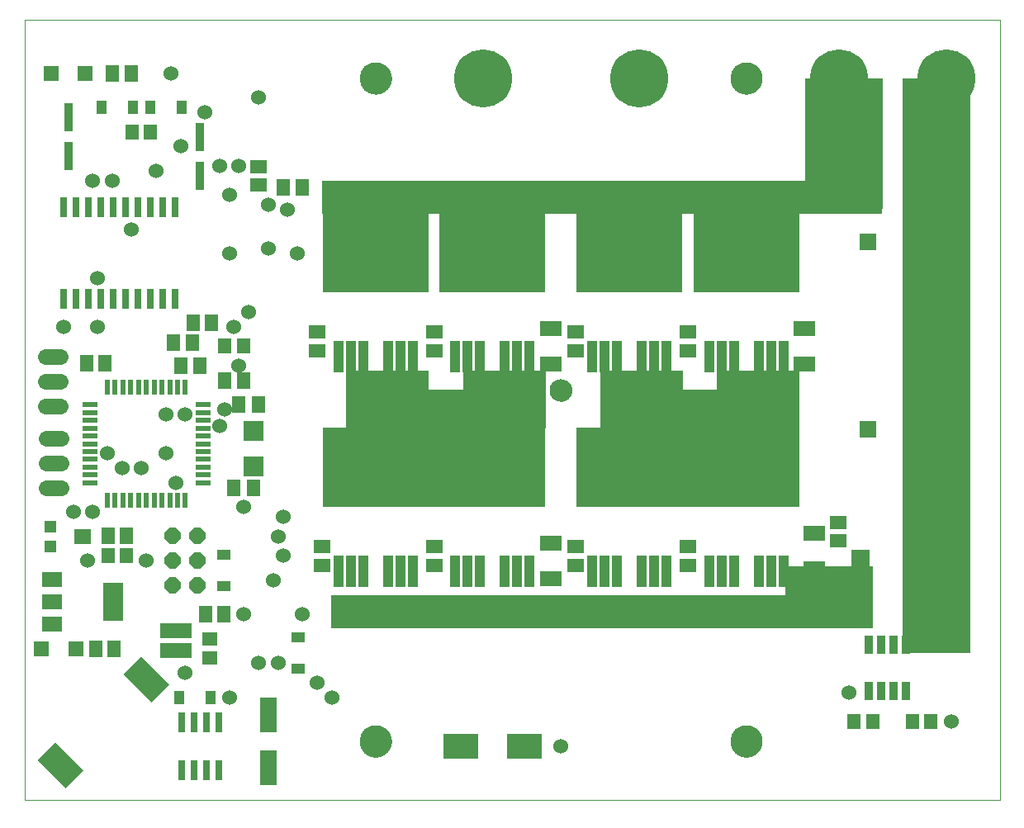
<source format=gts>
G75*
%MOIN*%
%OFA0B0*%
%FSLAX25Y25*%
%IPPOS*%
%LPD*%
%AMOC8*
5,1,8,0,0,1.08239X$1,22.5*
%
%ADD10C,0.00000*%
%ADD11C,0.12998*%
%ADD12C,0.09061*%
%ADD13R,2.26378X0.13780*%
%ADD14R,0.31496X0.53150*%
%ADD15R,0.27559X2.32283*%
%ADD16R,2.18504X0.13780*%
%ADD17R,0.35433X0.17717*%
%ADD18R,0.33465X0.23622*%
%ADD19R,0.29528X0.47244*%
%ADD20R,0.02500X0.08200*%
%ADD21R,0.03943X0.12998*%
%ADD22R,0.42920X0.32487*%
%ADD23R,0.06699X0.05518*%
%ADD24R,0.05518X0.06699*%
%ADD25R,0.03983X0.05203*%
%ADD26R,0.08668X0.06306*%
%ADD27R,0.02600X0.08200*%
%ADD28R,0.05203X0.03983*%
%ADD29R,0.06306X0.05518*%
%ADD30R,0.05518X0.06306*%
%ADD31R,0.02369X0.06306*%
%ADD32R,0.06306X0.02369*%
%ADD33OC8,0.06400*%
%ADD34C,0.06400*%
%ADD35R,0.08300X0.06300*%
%ADD36R,0.08300X0.15400*%
%ADD37R,0.06699X0.06306*%
%ADD38R,0.05124X0.05124*%
%ADD39R,0.10243X0.16148*%
%ADD40R,0.13000X0.06100*%
%ADD41C,0.23400*%
%ADD42R,0.07487X0.12998*%
%ADD43R,0.03235X0.07408*%
%ADD44R,0.06550X0.06550*%
%ADD45C,0.06550*%
%ADD46R,0.03400X0.11700*%
%ADD47R,0.06306X0.06306*%
%ADD48R,0.08274X0.08274*%
%ADD49R,0.14180X0.10243*%
%ADD50R,0.06699X0.14180*%
%ADD51C,0.06000*%
D10*
X0001800Y0001800D02*
X0001800Y0316761D01*
X0395501Y0316761D01*
X0395501Y0001800D01*
X0001800Y0001800D01*
X0137233Y0025422D02*
X0137235Y0025580D01*
X0137241Y0025738D01*
X0137251Y0025896D01*
X0137265Y0026054D01*
X0137283Y0026211D01*
X0137304Y0026368D01*
X0137330Y0026524D01*
X0137360Y0026680D01*
X0137393Y0026835D01*
X0137431Y0026988D01*
X0137472Y0027141D01*
X0137517Y0027293D01*
X0137566Y0027444D01*
X0137619Y0027593D01*
X0137675Y0027741D01*
X0137735Y0027887D01*
X0137799Y0028032D01*
X0137867Y0028175D01*
X0137938Y0028317D01*
X0138012Y0028457D01*
X0138090Y0028594D01*
X0138172Y0028730D01*
X0138256Y0028864D01*
X0138345Y0028995D01*
X0138436Y0029124D01*
X0138531Y0029251D01*
X0138628Y0029376D01*
X0138729Y0029498D01*
X0138833Y0029617D01*
X0138940Y0029734D01*
X0139050Y0029848D01*
X0139163Y0029959D01*
X0139278Y0030068D01*
X0139396Y0030173D01*
X0139517Y0030275D01*
X0139640Y0030375D01*
X0139766Y0030471D01*
X0139894Y0030564D01*
X0140024Y0030654D01*
X0140157Y0030740D01*
X0140292Y0030824D01*
X0140428Y0030903D01*
X0140567Y0030980D01*
X0140708Y0031052D01*
X0140850Y0031122D01*
X0140994Y0031187D01*
X0141140Y0031249D01*
X0141287Y0031307D01*
X0141436Y0031362D01*
X0141586Y0031413D01*
X0141737Y0031460D01*
X0141889Y0031503D01*
X0142042Y0031542D01*
X0142197Y0031578D01*
X0142352Y0031609D01*
X0142508Y0031637D01*
X0142664Y0031661D01*
X0142821Y0031681D01*
X0142979Y0031697D01*
X0143136Y0031709D01*
X0143295Y0031717D01*
X0143453Y0031721D01*
X0143611Y0031721D01*
X0143769Y0031717D01*
X0143928Y0031709D01*
X0144085Y0031697D01*
X0144243Y0031681D01*
X0144400Y0031661D01*
X0144556Y0031637D01*
X0144712Y0031609D01*
X0144867Y0031578D01*
X0145022Y0031542D01*
X0145175Y0031503D01*
X0145327Y0031460D01*
X0145478Y0031413D01*
X0145628Y0031362D01*
X0145777Y0031307D01*
X0145924Y0031249D01*
X0146070Y0031187D01*
X0146214Y0031122D01*
X0146356Y0031052D01*
X0146497Y0030980D01*
X0146636Y0030903D01*
X0146772Y0030824D01*
X0146907Y0030740D01*
X0147040Y0030654D01*
X0147170Y0030564D01*
X0147298Y0030471D01*
X0147424Y0030375D01*
X0147547Y0030275D01*
X0147668Y0030173D01*
X0147786Y0030068D01*
X0147901Y0029959D01*
X0148014Y0029848D01*
X0148124Y0029734D01*
X0148231Y0029617D01*
X0148335Y0029498D01*
X0148436Y0029376D01*
X0148533Y0029251D01*
X0148628Y0029124D01*
X0148719Y0028995D01*
X0148808Y0028864D01*
X0148892Y0028730D01*
X0148974Y0028594D01*
X0149052Y0028457D01*
X0149126Y0028317D01*
X0149197Y0028175D01*
X0149265Y0028032D01*
X0149329Y0027887D01*
X0149389Y0027741D01*
X0149445Y0027593D01*
X0149498Y0027444D01*
X0149547Y0027293D01*
X0149592Y0027141D01*
X0149633Y0026988D01*
X0149671Y0026835D01*
X0149704Y0026680D01*
X0149734Y0026524D01*
X0149760Y0026368D01*
X0149781Y0026211D01*
X0149799Y0026054D01*
X0149813Y0025896D01*
X0149823Y0025738D01*
X0149829Y0025580D01*
X0149831Y0025422D01*
X0149829Y0025264D01*
X0149823Y0025106D01*
X0149813Y0024948D01*
X0149799Y0024790D01*
X0149781Y0024633D01*
X0149760Y0024476D01*
X0149734Y0024320D01*
X0149704Y0024164D01*
X0149671Y0024009D01*
X0149633Y0023856D01*
X0149592Y0023703D01*
X0149547Y0023551D01*
X0149498Y0023400D01*
X0149445Y0023251D01*
X0149389Y0023103D01*
X0149329Y0022957D01*
X0149265Y0022812D01*
X0149197Y0022669D01*
X0149126Y0022527D01*
X0149052Y0022387D01*
X0148974Y0022250D01*
X0148892Y0022114D01*
X0148808Y0021980D01*
X0148719Y0021849D01*
X0148628Y0021720D01*
X0148533Y0021593D01*
X0148436Y0021468D01*
X0148335Y0021346D01*
X0148231Y0021227D01*
X0148124Y0021110D01*
X0148014Y0020996D01*
X0147901Y0020885D01*
X0147786Y0020776D01*
X0147668Y0020671D01*
X0147547Y0020569D01*
X0147424Y0020469D01*
X0147298Y0020373D01*
X0147170Y0020280D01*
X0147040Y0020190D01*
X0146907Y0020104D01*
X0146772Y0020020D01*
X0146636Y0019941D01*
X0146497Y0019864D01*
X0146356Y0019792D01*
X0146214Y0019722D01*
X0146070Y0019657D01*
X0145924Y0019595D01*
X0145777Y0019537D01*
X0145628Y0019482D01*
X0145478Y0019431D01*
X0145327Y0019384D01*
X0145175Y0019341D01*
X0145022Y0019302D01*
X0144867Y0019266D01*
X0144712Y0019235D01*
X0144556Y0019207D01*
X0144400Y0019183D01*
X0144243Y0019163D01*
X0144085Y0019147D01*
X0143928Y0019135D01*
X0143769Y0019127D01*
X0143611Y0019123D01*
X0143453Y0019123D01*
X0143295Y0019127D01*
X0143136Y0019135D01*
X0142979Y0019147D01*
X0142821Y0019163D01*
X0142664Y0019183D01*
X0142508Y0019207D01*
X0142352Y0019235D01*
X0142197Y0019266D01*
X0142042Y0019302D01*
X0141889Y0019341D01*
X0141737Y0019384D01*
X0141586Y0019431D01*
X0141436Y0019482D01*
X0141287Y0019537D01*
X0141140Y0019595D01*
X0140994Y0019657D01*
X0140850Y0019722D01*
X0140708Y0019792D01*
X0140567Y0019864D01*
X0140428Y0019941D01*
X0140292Y0020020D01*
X0140157Y0020104D01*
X0140024Y0020190D01*
X0139894Y0020280D01*
X0139766Y0020373D01*
X0139640Y0020469D01*
X0139517Y0020569D01*
X0139396Y0020671D01*
X0139278Y0020776D01*
X0139163Y0020885D01*
X0139050Y0020996D01*
X0138940Y0021110D01*
X0138833Y0021227D01*
X0138729Y0021346D01*
X0138628Y0021468D01*
X0138531Y0021593D01*
X0138436Y0021720D01*
X0138345Y0021849D01*
X0138256Y0021980D01*
X0138172Y0022114D01*
X0138090Y0022250D01*
X0138012Y0022387D01*
X0137938Y0022527D01*
X0137867Y0022669D01*
X0137799Y0022812D01*
X0137735Y0022957D01*
X0137675Y0023103D01*
X0137619Y0023251D01*
X0137566Y0023400D01*
X0137517Y0023551D01*
X0137472Y0023703D01*
X0137431Y0023856D01*
X0137393Y0024009D01*
X0137360Y0024164D01*
X0137330Y0024320D01*
X0137304Y0024476D01*
X0137283Y0024633D01*
X0137265Y0024790D01*
X0137251Y0024948D01*
X0137241Y0025106D01*
X0137235Y0025264D01*
X0137233Y0025422D01*
X0286840Y0025422D02*
X0286842Y0025580D01*
X0286848Y0025738D01*
X0286858Y0025896D01*
X0286872Y0026054D01*
X0286890Y0026211D01*
X0286911Y0026368D01*
X0286937Y0026524D01*
X0286967Y0026680D01*
X0287000Y0026835D01*
X0287038Y0026988D01*
X0287079Y0027141D01*
X0287124Y0027293D01*
X0287173Y0027444D01*
X0287226Y0027593D01*
X0287282Y0027741D01*
X0287342Y0027887D01*
X0287406Y0028032D01*
X0287474Y0028175D01*
X0287545Y0028317D01*
X0287619Y0028457D01*
X0287697Y0028594D01*
X0287779Y0028730D01*
X0287863Y0028864D01*
X0287952Y0028995D01*
X0288043Y0029124D01*
X0288138Y0029251D01*
X0288235Y0029376D01*
X0288336Y0029498D01*
X0288440Y0029617D01*
X0288547Y0029734D01*
X0288657Y0029848D01*
X0288770Y0029959D01*
X0288885Y0030068D01*
X0289003Y0030173D01*
X0289124Y0030275D01*
X0289247Y0030375D01*
X0289373Y0030471D01*
X0289501Y0030564D01*
X0289631Y0030654D01*
X0289764Y0030740D01*
X0289899Y0030824D01*
X0290035Y0030903D01*
X0290174Y0030980D01*
X0290315Y0031052D01*
X0290457Y0031122D01*
X0290601Y0031187D01*
X0290747Y0031249D01*
X0290894Y0031307D01*
X0291043Y0031362D01*
X0291193Y0031413D01*
X0291344Y0031460D01*
X0291496Y0031503D01*
X0291649Y0031542D01*
X0291804Y0031578D01*
X0291959Y0031609D01*
X0292115Y0031637D01*
X0292271Y0031661D01*
X0292428Y0031681D01*
X0292586Y0031697D01*
X0292743Y0031709D01*
X0292902Y0031717D01*
X0293060Y0031721D01*
X0293218Y0031721D01*
X0293376Y0031717D01*
X0293535Y0031709D01*
X0293692Y0031697D01*
X0293850Y0031681D01*
X0294007Y0031661D01*
X0294163Y0031637D01*
X0294319Y0031609D01*
X0294474Y0031578D01*
X0294629Y0031542D01*
X0294782Y0031503D01*
X0294934Y0031460D01*
X0295085Y0031413D01*
X0295235Y0031362D01*
X0295384Y0031307D01*
X0295531Y0031249D01*
X0295677Y0031187D01*
X0295821Y0031122D01*
X0295963Y0031052D01*
X0296104Y0030980D01*
X0296243Y0030903D01*
X0296379Y0030824D01*
X0296514Y0030740D01*
X0296647Y0030654D01*
X0296777Y0030564D01*
X0296905Y0030471D01*
X0297031Y0030375D01*
X0297154Y0030275D01*
X0297275Y0030173D01*
X0297393Y0030068D01*
X0297508Y0029959D01*
X0297621Y0029848D01*
X0297731Y0029734D01*
X0297838Y0029617D01*
X0297942Y0029498D01*
X0298043Y0029376D01*
X0298140Y0029251D01*
X0298235Y0029124D01*
X0298326Y0028995D01*
X0298415Y0028864D01*
X0298499Y0028730D01*
X0298581Y0028594D01*
X0298659Y0028457D01*
X0298733Y0028317D01*
X0298804Y0028175D01*
X0298872Y0028032D01*
X0298936Y0027887D01*
X0298996Y0027741D01*
X0299052Y0027593D01*
X0299105Y0027444D01*
X0299154Y0027293D01*
X0299199Y0027141D01*
X0299240Y0026988D01*
X0299278Y0026835D01*
X0299311Y0026680D01*
X0299341Y0026524D01*
X0299367Y0026368D01*
X0299388Y0026211D01*
X0299406Y0026054D01*
X0299420Y0025896D01*
X0299430Y0025738D01*
X0299436Y0025580D01*
X0299438Y0025422D01*
X0299436Y0025264D01*
X0299430Y0025106D01*
X0299420Y0024948D01*
X0299406Y0024790D01*
X0299388Y0024633D01*
X0299367Y0024476D01*
X0299341Y0024320D01*
X0299311Y0024164D01*
X0299278Y0024009D01*
X0299240Y0023856D01*
X0299199Y0023703D01*
X0299154Y0023551D01*
X0299105Y0023400D01*
X0299052Y0023251D01*
X0298996Y0023103D01*
X0298936Y0022957D01*
X0298872Y0022812D01*
X0298804Y0022669D01*
X0298733Y0022527D01*
X0298659Y0022387D01*
X0298581Y0022250D01*
X0298499Y0022114D01*
X0298415Y0021980D01*
X0298326Y0021849D01*
X0298235Y0021720D01*
X0298140Y0021593D01*
X0298043Y0021468D01*
X0297942Y0021346D01*
X0297838Y0021227D01*
X0297731Y0021110D01*
X0297621Y0020996D01*
X0297508Y0020885D01*
X0297393Y0020776D01*
X0297275Y0020671D01*
X0297154Y0020569D01*
X0297031Y0020469D01*
X0296905Y0020373D01*
X0296777Y0020280D01*
X0296647Y0020190D01*
X0296514Y0020104D01*
X0296379Y0020020D01*
X0296243Y0019941D01*
X0296104Y0019864D01*
X0295963Y0019792D01*
X0295821Y0019722D01*
X0295677Y0019657D01*
X0295531Y0019595D01*
X0295384Y0019537D01*
X0295235Y0019482D01*
X0295085Y0019431D01*
X0294934Y0019384D01*
X0294782Y0019341D01*
X0294629Y0019302D01*
X0294474Y0019266D01*
X0294319Y0019235D01*
X0294163Y0019207D01*
X0294007Y0019183D01*
X0293850Y0019163D01*
X0293692Y0019147D01*
X0293535Y0019135D01*
X0293376Y0019127D01*
X0293218Y0019123D01*
X0293060Y0019123D01*
X0292902Y0019127D01*
X0292743Y0019135D01*
X0292586Y0019147D01*
X0292428Y0019163D01*
X0292271Y0019183D01*
X0292115Y0019207D01*
X0291959Y0019235D01*
X0291804Y0019266D01*
X0291649Y0019302D01*
X0291496Y0019341D01*
X0291344Y0019384D01*
X0291193Y0019431D01*
X0291043Y0019482D01*
X0290894Y0019537D01*
X0290747Y0019595D01*
X0290601Y0019657D01*
X0290457Y0019722D01*
X0290315Y0019792D01*
X0290174Y0019864D01*
X0290035Y0019941D01*
X0289899Y0020020D01*
X0289764Y0020104D01*
X0289631Y0020190D01*
X0289501Y0020280D01*
X0289373Y0020373D01*
X0289247Y0020469D01*
X0289124Y0020569D01*
X0289003Y0020671D01*
X0288885Y0020776D01*
X0288770Y0020885D01*
X0288657Y0020996D01*
X0288547Y0021110D01*
X0288440Y0021227D01*
X0288336Y0021346D01*
X0288235Y0021468D01*
X0288138Y0021593D01*
X0288043Y0021720D01*
X0287952Y0021849D01*
X0287863Y0021980D01*
X0287779Y0022114D01*
X0287697Y0022250D01*
X0287619Y0022387D01*
X0287545Y0022527D01*
X0287474Y0022669D01*
X0287406Y0022812D01*
X0287342Y0022957D01*
X0287282Y0023103D01*
X0287226Y0023251D01*
X0287173Y0023400D01*
X0287124Y0023551D01*
X0287079Y0023703D01*
X0287038Y0023856D01*
X0287000Y0024009D01*
X0286967Y0024164D01*
X0286937Y0024320D01*
X0286911Y0024476D01*
X0286890Y0024633D01*
X0286872Y0024790D01*
X0286858Y0024948D01*
X0286848Y0025106D01*
X0286842Y0025264D01*
X0286840Y0025422D01*
X0214004Y0167154D02*
X0214006Y0167285D01*
X0214012Y0167417D01*
X0214022Y0167548D01*
X0214036Y0167679D01*
X0214054Y0167809D01*
X0214076Y0167938D01*
X0214101Y0168067D01*
X0214131Y0168195D01*
X0214165Y0168322D01*
X0214202Y0168449D01*
X0214243Y0168573D01*
X0214288Y0168697D01*
X0214337Y0168819D01*
X0214389Y0168940D01*
X0214445Y0169058D01*
X0214505Y0169176D01*
X0214568Y0169291D01*
X0214635Y0169404D01*
X0214705Y0169516D01*
X0214778Y0169625D01*
X0214854Y0169731D01*
X0214934Y0169836D01*
X0215017Y0169938D01*
X0215103Y0170037D01*
X0215192Y0170134D01*
X0215284Y0170228D01*
X0215379Y0170319D01*
X0215476Y0170408D01*
X0215576Y0170493D01*
X0215679Y0170575D01*
X0215784Y0170654D01*
X0215891Y0170730D01*
X0216001Y0170802D01*
X0216113Y0170871D01*
X0216227Y0170937D01*
X0216342Y0170999D01*
X0216460Y0171058D01*
X0216579Y0171113D01*
X0216700Y0171165D01*
X0216823Y0171212D01*
X0216947Y0171256D01*
X0217072Y0171297D01*
X0217198Y0171333D01*
X0217326Y0171366D01*
X0217454Y0171394D01*
X0217583Y0171419D01*
X0217713Y0171440D01*
X0217843Y0171457D01*
X0217974Y0171470D01*
X0218105Y0171479D01*
X0218236Y0171484D01*
X0218368Y0171485D01*
X0218499Y0171482D01*
X0218631Y0171475D01*
X0218762Y0171464D01*
X0218892Y0171449D01*
X0219022Y0171430D01*
X0219152Y0171407D01*
X0219280Y0171381D01*
X0219408Y0171350D01*
X0219535Y0171315D01*
X0219661Y0171277D01*
X0219785Y0171235D01*
X0219909Y0171189D01*
X0220030Y0171139D01*
X0220150Y0171086D01*
X0220269Y0171029D01*
X0220386Y0170969D01*
X0220500Y0170905D01*
X0220613Y0170837D01*
X0220724Y0170766D01*
X0220833Y0170692D01*
X0220939Y0170615D01*
X0221043Y0170534D01*
X0221144Y0170451D01*
X0221243Y0170364D01*
X0221339Y0170274D01*
X0221432Y0170181D01*
X0221523Y0170086D01*
X0221610Y0169988D01*
X0221695Y0169887D01*
X0221776Y0169784D01*
X0221854Y0169678D01*
X0221929Y0169570D01*
X0222001Y0169460D01*
X0222069Y0169348D01*
X0222134Y0169234D01*
X0222195Y0169117D01*
X0222253Y0168999D01*
X0222307Y0168879D01*
X0222358Y0168758D01*
X0222405Y0168635D01*
X0222448Y0168511D01*
X0222487Y0168386D01*
X0222523Y0168259D01*
X0222554Y0168131D01*
X0222582Y0168003D01*
X0222606Y0167874D01*
X0222626Y0167744D01*
X0222642Y0167613D01*
X0222654Y0167482D01*
X0222662Y0167351D01*
X0222666Y0167220D01*
X0222666Y0167088D01*
X0222662Y0166957D01*
X0222654Y0166826D01*
X0222642Y0166695D01*
X0222626Y0166564D01*
X0222606Y0166434D01*
X0222582Y0166305D01*
X0222554Y0166177D01*
X0222523Y0166049D01*
X0222487Y0165922D01*
X0222448Y0165797D01*
X0222405Y0165673D01*
X0222358Y0165550D01*
X0222307Y0165429D01*
X0222253Y0165309D01*
X0222195Y0165191D01*
X0222134Y0165074D01*
X0222069Y0164960D01*
X0222001Y0164848D01*
X0221929Y0164738D01*
X0221854Y0164630D01*
X0221776Y0164524D01*
X0221695Y0164421D01*
X0221610Y0164320D01*
X0221523Y0164222D01*
X0221432Y0164127D01*
X0221339Y0164034D01*
X0221243Y0163944D01*
X0221144Y0163857D01*
X0221043Y0163774D01*
X0220939Y0163693D01*
X0220833Y0163616D01*
X0220724Y0163542D01*
X0220613Y0163471D01*
X0220501Y0163403D01*
X0220386Y0163339D01*
X0220269Y0163279D01*
X0220150Y0163222D01*
X0220030Y0163169D01*
X0219909Y0163119D01*
X0219785Y0163073D01*
X0219661Y0163031D01*
X0219535Y0162993D01*
X0219408Y0162958D01*
X0219280Y0162927D01*
X0219152Y0162901D01*
X0219022Y0162878D01*
X0218892Y0162859D01*
X0218762Y0162844D01*
X0218631Y0162833D01*
X0218499Y0162826D01*
X0218368Y0162823D01*
X0218236Y0162824D01*
X0218105Y0162829D01*
X0217974Y0162838D01*
X0217843Y0162851D01*
X0217713Y0162868D01*
X0217583Y0162889D01*
X0217454Y0162914D01*
X0217326Y0162942D01*
X0217198Y0162975D01*
X0217072Y0163011D01*
X0216947Y0163052D01*
X0216823Y0163096D01*
X0216700Y0163143D01*
X0216579Y0163195D01*
X0216460Y0163250D01*
X0216342Y0163309D01*
X0216227Y0163371D01*
X0216113Y0163437D01*
X0216001Y0163506D01*
X0215891Y0163578D01*
X0215784Y0163654D01*
X0215679Y0163733D01*
X0215576Y0163815D01*
X0215476Y0163900D01*
X0215379Y0163989D01*
X0215284Y0164080D01*
X0215192Y0164174D01*
X0215103Y0164271D01*
X0215017Y0164370D01*
X0214934Y0164472D01*
X0214854Y0164577D01*
X0214778Y0164683D01*
X0214705Y0164792D01*
X0214635Y0164904D01*
X0214568Y0165017D01*
X0214505Y0165132D01*
X0214445Y0165250D01*
X0214389Y0165368D01*
X0214337Y0165489D01*
X0214288Y0165611D01*
X0214243Y0165735D01*
X0214202Y0165859D01*
X0214165Y0165986D01*
X0214131Y0166113D01*
X0214101Y0166241D01*
X0214076Y0166370D01*
X0214054Y0166499D01*
X0214036Y0166629D01*
X0214022Y0166760D01*
X0214012Y0166891D01*
X0214006Y0167023D01*
X0214004Y0167154D01*
X0137233Y0293139D02*
X0137235Y0293297D01*
X0137241Y0293455D01*
X0137251Y0293613D01*
X0137265Y0293771D01*
X0137283Y0293928D01*
X0137304Y0294085D01*
X0137330Y0294241D01*
X0137360Y0294397D01*
X0137393Y0294552D01*
X0137431Y0294705D01*
X0137472Y0294858D01*
X0137517Y0295010D01*
X0137566Y0295161D01*
X0137619Y0295310D01*
X0137675Y0295458D01*
X0137735Y0295604D01*
X0137799Y0295749D01*
X0137867Y0295892D01*
X0137938Y0296034D01*
X0138012Y0296174D01*
X0138090Y0296311D01*
X0138172Y0296447D01*
X0138256Y0296581D01*
X0138345Y0296712D01*
X0138436Y0296841D01*
X0138531Y0296968D01*
X0138628Y0297093D01*
X0138729Y0297215D01*
X0138833Y0297334D01*
X0138940Y0297451D01*
X0139050Y0297565D01*
X0139163Y0297676D01*
X0139278Y0297785D01*
X0139396Y0297890D01*
X0139517Y0297992D01*
X0139640Y0298092D01*
X0139766Y0298188D01*
X0139894Y0298281D01*
X0140024Y0298371D01*
X0140157Y0298457D01*
X0140292Y0298541D01*
X0140428Y0298620D01*
X0140567Y0298697D01*
X0140708Y0298769D01*
X0140850Y0298839D01*
X0140994Y0298904D01*
X0141140Y0298966D01*
X0141287Y0299024D01*
X0141436Y0299079D01*
X0141586Y0299130D01*
X0141737Y0299177D01*
X0141889Y0299220D01*
X0142042Y0299259D01*
X0142197Y0299295D01*
X0142352Y0299326D01*
X0142508Y0299354D01*
X0142664Y0299378D01*
X0142821Y0299398D01*
X0142979Y0299414D01*
X0143136Y0299426D01*
X0143295Y0299434D01*
X0143453Y0299438D01*
X0143611Y0299438D01*
X0143769Y0299434D01*
X0143928Y0299426D01*
X0144085Y0299414D01*
X0144243Y0299398D01*
X0144400Y0299378D01*
X0144556Y0299354D01*
X0144712Y0299326D01*
X0144867Y0299295D01*
X0145022Y0299259D01*
X0145175Y0299220D01*
X0145327Y0299177D01*
X0145478Y0299130D01*
X0145628Y0299079D01*
X0145777Y0299024D01*
X0145924Y0298966D01*
X0146070Y0298904D01*
X0146214Y0298839D01*
X0146356Y0298769D01*
X0146497Y0298697D01*
X0146636Y0298620D01*
X0146772Y0298541D01*
X0146907Y0298457D01*
X0147040Y0298371D01*
X0147170Y0298281D01*
X0147298Y0298188D01*
X0147424Y0298092D01*
X0147547Y0297992D01*
X0147668Y0297890D01*
X0147786Y0297785D01*
X0147901Y0297676D01*
X0148014Y0297565D01*
X0148124Y0297451D01*
X0148231Y0297334D01*
X0148335Y0297215D01*
X0148436Y0297093D01*
X0148533Y0296968D01*
X0148628Y0296841D01*
X0148719Y0296712D01*
X0148808Y0296581D01*
X0148892Y0296447D01*
X0148974Y0296311D01*
X0149052Y0296174D01*
X0149126Y0296034D01*
X0149197Y0295892D01*
X0149265Y0295749D01*
X0149329Y0295604D01*
X0149389Y0295458D01*
X0149445Y0295310D01*
X0149498Y0295161D01*
X0149547Y0295010D01*
X0149592Y0294858D01*
X0149633Y0294705D01*
X0149671Y0294552D01*
X0149704Y0294397D01*
X0149734Y0294241D01*
X0149760Y0294085D01*
X0149781Y0293928D01*
X0149799Y0293771D01*
X0149813Y0293613D01*
X0149823Y0293455D01*
X0149829Y0293297D01*
X0149831Y0293139D01*
X0149829Y0292981D01*
X0149823Y0292823D01*
X0149813Y0292665D01*
X0149799Y0292507D01*
X0149781Y0292350D01*
X0149760Y0292193D01*
X0149734Y0292037D01*
X0149704Y0291881D01*
X0149671Y0291726D01*
X0149633Y0291573D01*
X0149592Y0291420D01*
X0149547Y0291268D01*
X0149498Y0291117D01*
X0149445Y0290968D01*
X0149389Y0290820D01*
X0149329Y0290674D01*
X0149265Y0290529D01*
X0149197Y0290386D01*
X0149126Y0290244D01*
X0149052Y0290104D01*
X0148974Y0289967D01*
X0148892Y0289831D01*
X0148808Y0289697D01*
X0148719Y0289566D01*
X0148628Y0289437D01*
X0148533Y0289310D01*
X0148436Y0289185D01*
X0148335Y0289063D01*
X0148231Y0288944D01*
X0148124Y0288827D01*
X0148014Y0288713D01*
X0147901Y0288602D01*
X0147786Y0288493D01*
X0147668Y0288388D01*
X0147547Y0288286D01*
X0147424Y0288186D01*
X0147298Y0288090D01*
X0147170Y0287997D01*
X0147040Y0287907D01*
X0146907Y0287821D01*
X0146772Y0287737D01*
X0146636Y0287658D01*
X0146497Y0287581D01*
X0146356Y0287509D01*
X0146214Y0287439D01*
X0146070Y0287374D01*
X0145924Y0287312D01*
X0145777Y0287254D01*
X0145628Y0287199D01*
X0145478Y0287148D01*
X0145327Y0287101D01*
X0145175Y0287058D01*
X0145022Y0287019D01*
X0144867Y0286983D01*
X0144712Y0286952D01*
X0144556Y0286924D01*
X0144400Y0286900D01*
X0144243Y0286880D01*
X0144085Y0286864D01*
X0143928Y0286852D01*
X0143769Y0286844D01*
X0143611Y0286840D01*
X0143453Y0286840D01*
X0143295Y0286844D01*
X0143136Y0286852D01*
X0142979Y0286864D01*
X0142821Y0286880D01*
X0142664Y0286900D01*
X0142508Y0286924D01*
X0142352Y0286952D01*
X0142197Y0286983D01*
X0142042Y0287019D01*
X0141889Y0287058D01*
X0141737Y0287101D01*
X0141586Y0287148D01*
X0141436Y0287199D01*
X0141287Y0287254D01*
X0141140Y0287312D01*
X0140994Y0287374D01*
X0140850Y0287439D01*
X0140708Y0287509D01*
X0140567Y0287581D01*
X0140428Y0287658D01*
X0140292Y0287737D01*
X0140157Y0287821D01*
X0140024Y0287907D01*
X0139894Y0287997D01*
X0139766Y0288090D01*
X0139640Y0288186D01*
X0139517Y0288286D01*
X0139396Y0288388D01*
X0139278Y0288493D01*
X0139163Y0288602D01*
X0139050Y0288713D01*
X0138940Y0288827D01*
X0138833Y0288944D01*
X0138729Y0289063D01*
X0138628Y0289185D01*
X0138531Y0289310D01*
X0138436Y0289437D01*
X0138345Y0289566D01*
X0138256Y0289697D01*
X0138172Y0289831D01*
X0138090Y0289967D01*
X0138012Y0290104D01*
X0137938Y0290244D01*
X0137867Y0290386D01*
X0137799Y0290529D01*
X0137735Y0290674D01*
X0137675Y0290820D01*
X0137619Y0290968D01*
X0137566Y0291117D01*
X0137517Y0291268D01*
X0137472Y0291420D01*
X0137431Y0291573D01*
X0137393Y0291726D01*
X0137360Y0291881D01*
X0137330Y0292037D01*
X0137304Y0292193D01*
X0137283Y0292350D01*
X0137265Y0292507D01*
X0137251Y0292665D01*
X0137241Y0292823D01*
X0137235Y0292981D01*
X0137233Y0293139D01*
X0286840Y0293139D02*
X0286842Y0293297D01*
X0286848Y0293455D01*
X0286858Y0293613D01*
X0286872Y0293771D01*
X0286890Y0293928D01*
X0286911Y0294085D01*
X0286937Y0294241D01*
X0286967Y0294397D01*
X0287000Y0294552D01*
X0287038Y0294705D01*
X0287079Y0294858D01*
X0287124Y0295010D01*
X0287173Y0295161D01*
X0287226Y0295310D01*
X0287282Y0295458D01*
X0287342Y0295604D01*
X0287406Y0295749D01*
X0287474Y0295892D01*
X0287545Y0296034D01*
X0287619Y0296174D01*
X0287697Y0296311D01*
X0287779Y0296447D01*
X0287863Y0296581D01*
X0287952Y0296712D01*
X0288043Y0296841D01*
X0288138Y0296968D01*
X0288235Y0297093D01*
X0288336Y0297215D01*
X0288440Y0297334D01*
X0288547Y0297451D01*
X0288657Y0297565D01*
X0288770Y0297676D01*
X0288885Y0297785D01*
X0289003Y0297890D01*
X0289124Y0297992D01*
X0289247Y0298092D01*
X0289373Y0298188D01*
X0289501Y0298281D01*
X0289631Y0298371D01*
X0289764Y0298457D01*
X0289899Y0298541D01*
X0290035Y0298620D01*
X0290174Y0298697D01*
X0290315Y0298769D01*
X0290457Y0298839D01*
X0290601Y0298904D01*
X0290747Y0298966D01*
X0290894Y0299024D01*
X0291043Y0299079D01*
X0291193Y0299130D01*
X0291344Y0299177D01*
X0291496Y0299220D01*
X0291649Y0299259D01*
X0291804Y0299295D01*
X0291959Y0299326D01*
X0292115Y0299354D01*
X0292271Y0299378D01*
X0292428Y0299398D01*
X0292586Y0299414D01*
X0292743Y0299426D01*
X0292902Y0299434D01*
X0293060Y0299438D01*
X0293218Y0299438D01*
X0293376Y0299434D01*
X0293535Y0299426D01*
X0293692Y0299414D01*
X0293850Y0299398D01*
X0294007Y0299378D01*
X0294163Y0299354D01*
X0294319Y0299326D01*
X0294474Y0299295D01*
X0294629Y0299259D01*
X0294782Y0299220D01*
X0294934Y0299177D01*
X0295085Y0299130D01*
X0295235Y0299079D01*
X0295384Y0299024D01*
X0295531Y0298966D01*
X0295677Y0298904D01*
X0295821Y0298839D01*
X0295963Y0298769D01*
X0296104Y0298697D01*
X0296243Y0298620D01*
X0296379Y0298541D01*
X0296514Y0298457D01*
X0296647Y0298371D01*
X0296777Y0298281D01*
X0296905Y0298188D01*
X0297031Y0298092D01*
X0297154Y0297992D01*
X0297275Y0297890D01*
X0297393Y0297785D01*
X0297508Y0297676D01*
X0297621Y0297565D01*
X0297731Y0297451D01*
X0297838Y0297334D01*
X0297942Y0297215D01*
X0298043Y0297093D01*
X0298140Y0296968D01*
X0298235Y0296841D01*
X0298326Y0296712D01*
X0298415Y0296581D01*
X0298499Y0296447D01*
X0298581Y0296311D01*
X0298659Y0296174D01*
X0298733Y0296034D01*
X0298804Y0295892D01*
X0298872Y0295749D01*
X0298936Y0295604D01*
X0298996Y0295458D01*
X0299052Y0295310D01*
X0299105Y0295161D01*
X0299154Y0295010D01*
X0299199Y0294858D01*
X0299240Y0294705D01*
X0299278Y0294552D01*
X0299311Y0294397D01*
X0299341Y0294241D01*
X0299367Y0294085D01*
X0299388Y0293928D01*
X0299406Y0293771D01*
X0299420Y0293613D01*
X0299430Y0293455D01*
X0299436Y0293297D01*
X0299438Y0293139D01*
X0299436Y0292981D01*
X0299430Y0292823D01*
X0299420Y0292665D01*
X0299406Y0292507D01*
X0299388Y0292350D01*
X0299367Y0292193D01*
X0299341Y0292037D01*
X0299311Y0291881D01*
X0299278Y0291726D01*
X0299240Y0291573D01*
X0299199Y0291420D01*
X0299154Y0291268D01*
X0299105Y0291117D01*
X0299052Y0290968D01*
X0298996Y0290820D01*
X0298936Y0290674D01*
X0298872Y0290529D01*
X0298804Y0290386D01*
X0298733Y0290244D01*
X0298659Y0290104D01*
X0298581Y0289967D01*
X0298499Y0289831D01*
X0298415Y0289697D01*
X0298326Y0289566D01*
X0298235Y0289437D01*
X0298140Y0289310D01*
X0298043Y0289185D01*
X0297942Y0289063D01*
X0297838Y0288944D01*
X0297731Y0288827D01*
X0297621Y0288713D01*
X0297508Y0288602D01*
X0297393Y0288493D01*
X0297275Y0288388D01*
X0297154Y0288286D01*
X0297031Y0288186D01*
X0296905Y0288090D01*
X0296777Y0287997D01*
X0296647Y0287907D01*
X0296514Y0287821D01*
X0296379Y0287737D01*
X0296243Y0287658D01*
X0296104Y0287581D01*
X0295963Y0287509D01*
X0295821Y0287439D01*
X0295677Y0287374D01*
X0295531Y0287312D01*
X0295384Y0287254D01*
X0295235Y0287199D01*
X0295085Y0287148D01*
X0294934Y0287101D01*
X0294782Y0287058D01*
X0294629Y0287019D01*
X0294474Y0286983D01*
X0294319Y0286952D01*
X0294163Y0286924D01*
X0294007Y0286900D01*
X0293850Y0286880D01*
X0293692Y0286864D01*
X0293535Y0286852D01*
X0293376Y0286844D01*
X0293218Y0286840D01*
X0293060Y0286840D01*
X0292902Y0286844D01*
X0292743Y0286852D01*
X0292586Y0286864D01*
X0292428Y0286880D01*
X0292271Y0286900D01*
X0292115Y0286924D01*
X0291959Y0286952D01*
X0291804Y0286983D01*
X0291649Y0287019D01*
X0291496Y0287058D01*
X0291344Y0287101D01*
X0291193Y0287148D01*
X0291043Y0287199D01*
X0290894Y0287254D01*
X0290747Y0287312D01*
X0290601Y0287374D01*
X0290457Y0287439D01*
X0290315Y0287509D01*
X0290174Y0287581D01*
X0290035Y0287658D01*
X0289899Y0287737D01*
X0289764Y0287821D01*
X0289631Y0287907D01*
X0289501Y0287997D01*
X0289373Y0288090D01*
X0289247Y0288186D01*
X0289124Y0288286D01*
X0289003Y0288388D01*
X0288885Y0288493D01*
X0288770Y0288602D01*
X0288657Y0288713D01*
X0288547Y0288827D01*
X0288440Y0288944D01*
X0288336Y0289063D01*
X0288235Y0289185D01*
X0288138Y0289310D01*
X0288043Y0289437D01*
X0287952Y0289566D01*
X0287863Y0289697D01*
X0287779Y0289831D01*
X0287697Y0289967D01*
X0287619Y0290104D01*
X0287545Y0290244D01*
X0287474Y0290386D01*
X0287406Y0290529D01*
X0287342Y0290674D01*
X0287282Y0290820D01*
X0287226Y0290968D01*
X0287173Y0291117D01*
X0287124Y0291268D01*
X0287079Y0291420D01*
X0287038Y0291573D01*
X0287000Y0291726D01*
X0286967Y0291881D01*
X0286937Y0292037D01*
X0286911Y0292193D01*
X0286890Y0292350D01*
X0286872Y0292507D01*
X0286858Y0292665D01*
X0286848Y0292823D01*
X0286842Y0292981D01*
X0286840Y0293139D01*
D11*
X0293139Y0293139D03*
X0143532Y0293139D03*
X0143532Y0025422D03*
X0293139Y0025422D03*
D12*
X0218335Y0167154D03*
D13*
X0235068Y0244910D03*
D14*
X0332509Y0266564D03*
D15*
X0369910Y0176997D03*
D16*
X0235068Y0077587D03*
D17*
X0326603Y0087430D03*
D18*
X0298060Y0163217D03*
X0250816Y0163217D03*
X0195698Y0163217D03*
X0148454Y0163217D03*
D19*
X0170107Y0143532D03*
X0272469Y0143532D03*
D20*
X0062568Y0203891D03*
X0057568Y0203891D03*
X0052568Y0203891D03*
X0047568Y0203891D03*
X0042568Y0203891D03*
X0037568Y0203891D03*
X0032568Y0203891D03*
X0027568Y0203891D03*
X0022568Y0203891D03*
X0017568Y0203891D03*
X0017568Y0240891D03*
X0022568Y0240891D03*
X0027568Y0240891D03*
X0032568Y0240891D03*
X0037568Y0240891D03*
X0042568Y0240891D03*
X0047568Y0240891D03*
X0052568Y0240891D03*
X0057568Y0240891D03*
X0062568Y0240891D03*
D21*
X0128532Y0180698D03*
X0133532Y0180698D03*
X0138532Y0180698D03*
X0148532Y0180698D03*
X0153532Y0180698D03*
X0158532Y0180698D03*
X0175776Y0180698D03*
X0180776Y0180698D03*
X0185776Y0180698D03*
X0195776Y0180698D03*
X0200776Y0180698D03*
X0205776Y0180698D03*
X0230894Y0180698D03*
X0235894Y0180698D03*
X0240894Y0180698D03*
X0250894Y0180698D03*
X0255894Y0180698D03*
X0260894Y0180698D03*
X0278139Y0180698D03*
X0283139Y0180698D03*
X0288139Y0180698D03*
X0298139Y0180698D03*
X0303139Y0180698D03*
X0308139Y0180698D03*
X0308139Y0094083D03*
X0303139Y0094083D03*
X0298139Y0094083D03*
X0288139Y0094083D03*
X0283139Y0094083D03*
X0278139Y0094083D03*
X0260894Y0094083D03*
X0255894Y0094083D03*
X0250894Y0094083D03*
X0240894Y0094083D03*
X0235894Y0094083D03*
X0230894Y0094083D03*
X0205776Y0094083D03*
X0200776Y0094083D03*
X0195776Y0094083D03*
X0185776Y0094083D03*
X0180776Y0094083D03*
X0175776Y0094083D03*
X0158532Y0094083D03*
X0153532Y0094083D03*
X0148532Y0094083D03*
X0138532Y0094083D03*
X0133532Y0094083D03*
X0128532Y0094083D03*
D22*
X0143532Y0136052D03*
X0190776Y0136052D03*
X0245894Y0136052D03*
X0293139Y0136052D03*
X0293139Y0222666D03*
X0245894Y0222666D03*
X0190776Y0222666D03*
X0143532Y0222666D03*
D23*
X0119910Y0190580D03*
X0119910Y0183099D03*
X0167154Y0183099D03*
X0167154Y0190580D03*
X0224241Y0190580D03*
X0224241Y0183099D03*
X0269517Y0183099D03*
X0269517Y0190580D03*
X0330146Y0113808D03*
X0330146Y0106328D03*
X0269517Y0103965D03*
X0269517Y0096485D03*
X0224241Y0096485D03*
X0224241Y0103965D03*
X0167154Y0103965D03*
X0167154Y0096485D03*
X0121879Y0096485D03*
X0121879Y0103965D03*
X0096288Y0250028D03*
X0096288Y0257509D03*
D24*
X0106328Y0249044D03*
X0113808Y0249044D03*
X0044910Y0295107D03*
X0037430Y0295107D03*
X0069891Y0194241D03*
X0077371Y0194241D03*
X0069497Y0186209D03*
X0062017Y0186209D03*
X0064989Y0176997D03*
X0072469Y0176997D03*
X0082706Y0171091D03*
X0090186Y0171091D03*
X0088414Y0161249D03*
X0096288Y0161249D03*
X0094320Y0127784D03*
X0086446Y0127784D03*
X0042942Y0108493D03*
X0035461Y0108493D03*
X0074831Y0076603D03*
X0082312Y0076603D03*
X0038089Y0062843D03*
X0030609Y0062843D03*
X0026889Y0177971D03*
X0034369Y0177971D03*
D25*
X0032804Y0281328D03*
X0045599Y0281328D03*
X0052489Y0281328D03*
X0065284Y0281328D03*
X0064300Y0043139D03*
X0077095Y0043139D03*
D26*
X0214398Y0091170D03*
X0214398Y0105343D03*
X0214398Y0177784D03*
X0214398Y0191957D03*
X0316761Y0191957D03*
X0316761Y0177784D03*
X0320698Y0109280D03*
X0320698Y0095107D03*
D27*
X0080166Y0033154D03*
X0075166Y0033154D03*
X0070166Y0033154D03*
X0065166Y0033154D03*
X0065166Y0013754D03*
X0070166Y0013754D03*
X0075166Y0013754D03*
X0080166Y0013754D03*
D28*
X0112331Y0054654D03*
X0112331Y0067450D03*
X0082223Y0087883D03*
X0082223Y0100678D03*
D29*
X0076456Y0066652D03*
X0076456Y0059172D03*
D30*
X0042942Y0100225D03*
X0035461Y0100225D03*
X0082706Y0184871D03*
X0090186Y0184871D03*
X0052784Y0271485D03*
X0045304Y0271485D03*
X0336643Y0033296D03*
X0344123Y0033296D03*
X0360265Y0033296D03*
X0367745Y0033296D03*
D31*
X0066761Y0122666D03*
X0063611Y0122666D03*
X0060461Y0122666D03*
X0057312Y0122666D03*
X0054162Y0122666D03*
X0051013Y0122666D03*
X0047863Y0122666D03*
X0044713Y0122666D03*
X0041564Y0122666D03*
X0038414Y0122666D03*
X0035265Y0122666D03*
X0035265Y0168335D03*
X0038414Y0168335D03*
X0041564Y0168335D03*
X0044713Y0168335D03*
X0047863Y0168335D03*
X0051013Y0168335D03*
X0054162Y0168335D03*
X0057312Y0168335D03*
X0060461Y0168335D03*
X0063611Y0168335D03*
X0066761Y0168335D03*
D32*
X0073847Y0161249D03*
X0073847Y0158099D03*
X0073847Y0154950D03*
X0073847Y0151800D03*
X0073847Y0148650D03*
X0073847Y0145501D03*
X0073847Y0142351D03*
X0073847Y0139202D03*
X0073847Y0136052D03*
X0073847Y0132902D03*
X0073847Y0129753D03*
X0028178Y0129753D03*
X0028178Y0132902D03*
X0028178Y0136052D03*
X0028178Y0139202D03*
X0028178Y0142351D03*
X0028178Y0145501D03*
X0028178Y0148650D03*
X0028178Y0151800D03*
X0028178Y0154950D03*
X0028178Y0158099D03*
X0028178Y0161249D03*
D33*
X0061761Y0108257D03*
X0071761Y0108257D03*
X0071761Y0098257D03*
X0061761Y0098257D03*
X0061761Y0088257D03*
X0071761Y0088257D03*
D34*
X0016611Y0127627D02*
X0010611Y0127627D01*
X0010611Y0137627D02*
X0016611Y0137627D01*
X0016611Y0147627D02*
X0010611Y0147627D01*
X0010454Y0160658D02*
X0016454Y0160658D01*
X0016454Y0170658D02*
X0010454Y0170658D01*
X0010454Y0180658D02*
X0016454Y0180658D01*
D35*
X0012933Y0090552D03*
X0012933Y0081552D03*
X0012933Y0072552D03*
D36*
X0037733Y0081652D03*
D37*
X0025422Y0108099D03*
D38*
X0012331Y0104162D03*
X0012331Y0112036D03*
D39*
G36*
X0060421Y0048285D02*
X0053179Y0041043D01*
X0041761Y0052461D01*
X0049003Y0059703D01*
X0060421Y0048285D01*
G37*
G36*
X0025776Y0013639D02*
X0018534Y0006397D01*
X0007116Y0017815D01*
X0014358Y0025057D01*
X0025776Y0013639D01*
G37*
D40*
X0062971Y0062013D03*
X0062971Y0070013D03*
D41*
X0186839Y0293139D03*
X0249831Y0293139D03*
X0330540Y0293139D03*
X0373847Y0293139D03*
D42*
X0361249Y0096288D03*
X0339202Y0096288D03*
X0339202Y0078572D03*
X0361249Y0078572D03*
D43*
X0357725Y0064202D03*
X0352725Y0064202D03*
X0347725Y0064202D03*
X0342725Y0064202D03*
X0342725Y0045698D03*
X0347725Y0045698D03*
X0352725Y0045698D03*
X0357725Y0045698D03*
D44*
X0342379Y0151406D03*
X0342379Y0226997D03*
D45*
X0371879Y0226997D03*
X0371879Y0151406D03*
D46*
X0072666Y0253843D03*
X0072666Y0269443D03*
X0019517Y0261717D03*
X0019517Y0277317D03*
D47*
X0026406Y0295107D03*
X0012627Y0295107D03*
X0008690Y0062824D03*
X0022469Y0062824D03*
D48*
X0094320Y0136446D03*
X0094320Y0150619D03*
D49*
X0177981Y0023454D03*
X0203572Y0023454D03*
D50*
X0100225Y0014792D03*
X0100225Y0036052D03*
D51*
X0084477Y0043139D03*
X0096288Y0056918D03*
X0104162Y0056918D03*
X0119910Y0049044D03*
X0125816Y0043139D03*
X0114005Y0076603D03*
X0102194Y0090383D03*
X0106131Y0100225D03*
X0104162Y0108099D03*
X0106131Y0115973D03*
X0090383Y0119910D03*
X0062824Y0129753D03*
X0049044Y0135658D03*
X0041170Y0135658D03*
X0035265Y0141564D03*
X0058887Y0141564D03*
X0058887Y0157312D03*
X0066761Y0157312D03*
X0080540Y0152587D03*
X0082509Y0159280D03*
X0088414Y0176997D03*
X0086446Y0192745D03*
X0092351Y0198650D03*
X0084477Y0222272D03*
X0100225Y0224241D03*
X0112036Y0222272D03*
X0108099Y0239989D03*
X0100225Y0241957D03*
X0084477Y0245894D03*
X0080540Y0257706D03*
X0088414Y0257706D03*
X0064792Y0265580D03*
X0054950Y0255737D03*
X0037233Y0251800D03*
X0029359Y0251800D03*
X0045107Y0232115D03*
X0031328Y0212430D03*
X0031328Y0192745D03*
X0017548Y0192745D03*
X0021485Y0117942D03*
X0029359Y0117942D03*
X0027391Y0098257D03*
X0051013Y0098257D03*
X0090383Y0076603D03*
X0066761Y0052981D03*
X0218335Y0023454D03*
X0334477Y0045107D03*
X0375816Y0033296D03*
X0074635Y0279359D03*
X0060855Y0295107D03*
X0096288Y0285265D03*
M02*

</source>
